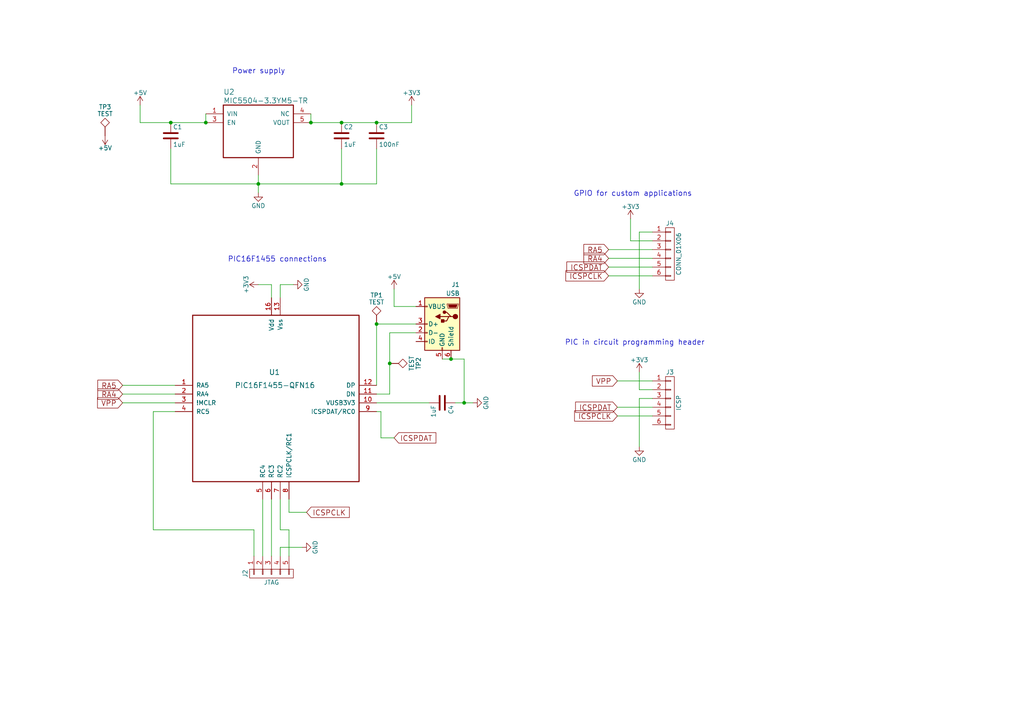
<source format=kicad_sch>
(kicad_sch (version 20230121) (generator eeschema)
  (paper "A4")
  (title_block (title "TinyFPGA Programmer") (date "2017-10-05") (rev "v1.1") (company "TinyFPGA"))
  (lib_symbols
    (symbol "TinyFPGA-A-Programmer-rescue:+3V3" (power) (pin_names (offset 0))
      (property "Value" "+3V3" (at 0 3.556 0))
      (symbol "+3V3_0_1"
        (polyline (pts (xy -0.762 1.27) (xy 0 2.54)))
        (polyline (pts (xy 0 0) (xy 0 2.54)))
        (polyline (pts (xy 0 2.54) (xy 0.762 1.27)))
      )
      (symbol "+3V3_1_1"
        (pin power_in line (at 0 0 90) (length 0) hide (name "+3V3") (number "1"))
      )
    )
    (symbol "TinyFPGA-A-Programmer-rescue:+5V" (power) (pin_names (offset 0))
      (property "Value" "+5V" (at 0 3.556 0))
      (symbol "+5V_0_1"
        (polyline (pts (xy -0.762 1.27) (xy 0 2.54)))
        (polyline (pts (xy 0 0) (xy 0 2.54)))
        (polyline (pts (xy 0 2.54) (xy 0.762 1.27)))
      )
      (symbol "+5V_1_1"
        (pin power_in line (at 0 0 90) (length 0) hide (name "+5V") (number "1"))
      )
    )
    (symbol "TinyFPGA-A-Programmer-rescue:C" (pin_numbers hide) (pin_names (offset 0.254))
      (property "Reference" "C" (at 0.635 2.54 0))
      (property "Value" "C" (at 0.635 -2.54 0))
      (symbol "C_0_1"
        (polyline (pts (xy -2.032 -0.762) (xy 2.032 -0.762)) (stroke (width 0.508)))
        (polyline (pts (xy -2.032 0.762) (xy 2.032 0.762)) (stroke (width 0.508)))
      )
      (symbol "C_1_1"
        (pin passive line (at 0 3.81 270) (length 2.794) (name "~") (number "1"))
        (pin passive line (at 0 -3.81 90) (length 2.794) (name "~") (number "2"))
      )
    )
    (symbol "TinyFPGA-A-Programmer-rescue:CONN_01X05" (pin_names (offset 1.016) hide)
      (property "Reference" "J" (at 0 7.62 0))
      (property "Value" "CONN_01X05" (at 2.54 0 90))
      (symbol "CONN_01X05_0_1"
        (rectangle (start -1.27 -4.953) (end 0.254 -5.207))
        (rectangle (start -1.27 -2.413) (end 0.254 -2.667))
        (rectangle (start -1.27 0.127) (end 0.254 -0.127))
        (rectangle (start -1.27 2.667) (end 0.254 2.413))
        (rectangle (start -1.27 5.207) (end 0.254 4.953))
        (rectangle (start -1.27 6.35) (end 1.27 -6.35))
      )
      (symbol "CONN_01X05_1_1"
        (pin passive line (at -5.08 5.08 0) (length 3.81) (name "P1") (number "1"))
        (pin passive line (at -5.08 2.54 0) (length 3.81) (name "P2") (number "2"))
        (pin passive line (at -5.08 0 0) (length 3.81) (name "P3") (number "3"))
        (pin passive line (at -5.08 -2.54 0) (length 3.81) (name "P4") (number "4"))
        (pin passive line (at -5.08 -5.08 0) (length 3.81) (name "P5") (number "5"))
      )
    )
    (symbol "TinyFPGA-A-Programmer-rescue:CONN_01X06" (pin_names (offset 1.016) hide)
      (property "Reference" "J" (at 0 8.89 0))
      (property "Value" "CONN_01X06" (at 2.54 0 90))
      (symbol "CONN_01X06_0_1"
        (rectangle (start -1.27 -6.223) (end 0.254 -6.477))
        (rectangle (start -1.27 -3.683) (end 0.254 -3.937))
        (rectangle (start -1.27 -1.143) (end 0.254 -1.397))
        (rectangle (start -1.27 1.397) (end 0.254 1.143))
        (rectangle (start -1.27 3.937) (end 0.254 3.683))
        (rectangle (start -1.27 6.477) (end 0.254 6.223))
        (rectangle (start -1.27 7.62) (end 1.27 -7.62))
      )
      (symbol "CONN_01X06_1_1"
        (pin passive line (at -5.08 6.35 0) (length 3.81) (name "P1") (number "1"))
        (pin passive line (at -5.08 3.81 0) (length 3.81) (name "P2") (number "2"))
        (pin passive line (at -5.08 1.27 0) (length 3.81) (name "P3") (number "3"))
        (pin passive line (at -5.08 -1.27 0) (length 3.81) (name "P4") (number "4"))
        (pin passive line (at -5.08 -3.81 0) (length 3.81) (name "P5") (number "5"))
        (pin passive line (at -5.08 -6.35 0) (length 3.81) (name "P6") (number "6"))
      )
    )
    (symbol "TinyFPGA-A-Programmer-rescue:GND" (power) (pin_names (offset 0))
      (property "Value" "GND" (at 0 -3.81 0))
      (symbol "GND_0_1"
        (polyline (pts (xy 0 0) (xy 0 -1.27) (xy 1.27 -1.27) (xy 0 -2.54) (xy -1.27 -1.27) (xy 0 -1.27)))
      )
      (symbol "GND_1_1"
        (pin power_in line (at 0 0 270) (length 0) hide (name "GND") (number "1"))
      )
    )
    (symbol "TinyFPGA-A-Programmer-rescue:TEST" (pin_numbers hide) (pin_names (offset 1.016) hide)
      (property "Reference" "TP" (at 0 7.62 0))
      (property "Value" "TEST" (at 0 6.35 0))
      (symbol "TEST_0_1"
        (polyline (pts (xy 0 5.08) (xy -1.27 3.81) (xy 0 2.54) (xy 1.27 3.81) (xy 0 5.08) (xy 0 5.08)))
      )
      (symbol "TEST_1_1"
        (pin passive line (at 0 0 90) (length 2.54) (name "~") (number "1"))
      )
    )
    (symbol "TinyFPGA-A-Programmer-rescue:USB_OTG" (pin_names (offset 1.016))
      (property "Reference" "J" (at -5.08 11.43 0))
      (property "Value" "USB_OTG" (at -5.08 8.89 0))
      (symbol "USB_OTG_0_1"
        (rectangle (start -5.08 -7.62) (end 5.08 7.62) (stroke (width 0.254)) (fill (type background)))
        (circle (center -3.81 2.159) (radius 0.635) (stroke (width 0.254)) (fill (type outline)))
        (circle (center -0.635 3.429) (radius 0.381) (stroke (width 0.254)) (fill (type outline)))
        (rectangle (start -0.127 -7.62) (end 0.127 -6.858))
        (polyline (pts (xy -1.905 2.159) (xy 0.635 2.159)) (stroke (width 0.254)))
        (polyline (pts (xy -3.175 2.159) (xy -2.54 2.159) (xy -1.27 3.429) (xy -0.635 3.429)) (stroke (width 0.254)))
        (polyline (pts (xy -2.54 2.159) (xy -1.905 2.159) (xy -1.27 0.889) (xy 0 0.889)) (stroke (width 0.254)))
        (polyline (pts (xy 0.635 2.794) (xy 0.635 1.524) (xy 1.905 2.159) (xy 0.635 2.794)) (stroke (width 0.254)) (fill (type outline)))
        (polyline (pts (xy -4.318 5.588) (xy -1.778 5.588) (xy -2.032 4.826) (xy -4.064 4.826) (xy -4.318 5.588)) (fill (type outline)))
        (polyline (pts (xy -4.699 5.842) (xy -4.699 5.588) (xy -4.445 4.826) (xy -4.445 4.572) (xy -1.651 4.572) (xy -1.651 4.826) (xy -1.397 5.588) (xy -1.397 5.842) (xy -4.699 5.842)))
        (rectangle (start 0.254 1.27) (end -0.508 0.508) (stroke (width 0.254)) (fill (type outline)))
        (rectangle (start 5.08 -5.207) (end 4.318 -4.953))
        (rectangle (start 5.08 -2.667) (end 4.318 -2.413))
        (rectangle (start 5.08 -0.127) (end 4.318 0.127))
        (rectangle (start 5.08 4.953) (end 4.318 5.207))
      )
      (symbol "USB_OTG_1_1"
        (pin power_in line (at 7.62 5.08 180) (length 2.54) (name "VBUS") (number "1"))
        (pin passive line (at 7.62 -2.54 180) (length 2.54) (name "D-") (number "2"))
        (pin passive line (at 7.62 0 180) (length 2.54) (name "D+") (number "3"))
        (pin passive line (at 7.62 -5.08 180) (length 2.54) (name "ID") (number "4"))
        (pin power_in line (at 0 -10.16 90) (length 2.54) (name "GND") (number "5"))
        (pin passive line (at -2.54 -10.16 90) (length 2.54) (name "Shield") (number "6"))
      )
    )
    (symbol "pic:PIC16F1455-QFN16" (pin_names (offset 1.016))
      (property "Reference" "U" (at 3.81 6.35 0))
      (property "Value" "PIC16F1455-QFN16" (at 3.81 3.81 0))
      (symbol "PIC16F1455-QFN16_1_1"
        (rectangle (start 5.08 20.32) (end 53.34 -27.94) (stroke (width 0.3048)))
        (pin bidirectional line (at 0 0 0) (length 5.08) (name "RA5") (number "1"))
        (pin bidirectional line (at 58.42 -5.08 180) (length 5.08) (name "VUSB3V3") (number "10"))
        (pin bidirectional line (at 58.42 -2.54 180) (length 5.08) (name "DN") (number "11"))
        (pin bidirectional line (at 58.42 0 180) (length 5.08) (name "DP") (number "12"))
        (pin bidirectional line (at 30.48 25.4 270) (length 5.08) (name "Vss") (number "13"))
        (pin bidirectional line (at 27.94 25.4 270) (length 5.08) (name "Vdd") (number "16"))
        (pin bidirectional line (at 0 -2.54 0) (length 5.08) (name "RA4") (number "2"))
        (pin bidirectional line (at 0 -5.08 0) (length 5.08) (name "!MCLR") (number "3"))
        (pin bidirectional line (at 0 -7.62 0) (length 5.08) (name "RC5") (number "4"))
        (pin bidirectional line (at 25.4 -33.02 90) (length 5.08) (name "RC4") (number "5"))
        (pin bidirectional line (at 27.94 -33.02 90) (length 5.08) (name "RC3") (number "6"))
        (pin bidirectional line (at 30.48 -33.02 90) (length 5.08) (name "RC2") (number "7"))
        (pin bidirectional line (at 33.02 -33.02 90) (length 5.08) (name "ICSPCLK/RC1") (number "8"))
        (pin bidirectional line (at 58.42 -7.62 180) (length 5.08) (name "ICSPDAT/RC0") (number "9"))
      )
    )
    (symbol "tinyfpga:MIC5504-3.3YM5-TR" (pin_names (offset 1.016))
      (property "Reference" "U" (at 5.08 6.35 0))
      (property "Value" "MIC5504-3.3YM5-TR" (at 5.08 3.81 0))
      (symbol "MIC5504-3.3YM5-TR_1_1"
        (rectangle (start 5.08 2.54) (end 25.4 -12.7) (stroke (width 0.3048)))
        (pin bidirectional line (at 0 0 0) (length 5.08) (name "VIN") (number "1"))
        (pin bidirectional line (at 15.24 -17.78 90) (length 5.08) (name "GND") (number "2"))
        (pin bidirectional line (at 0 -2.54 0) (length 5.08) (name "EN") (number "3"))
        (pin bidirectional line (at 30.48 0 180) (length 5.08) (name "NC") (number "4"))
        (pin bidirectional line (at 30.48 -2.54 180) (length 5.08) (name "VOUT") (number "5"))
      )
    )
  )
  (junction (at 109.22 35.56))
  (junction (at 130.81 104.14))
  (junction (at 90.17 35.56))
  (junction (at 134.62 116.84))
  (junction (at 59.69 35.56))
  (junction (at 99.06 53.34))
  (junction (at 74.93 53.34))
  (junction (at 49.53 35.56))
  (junction (at 99.06 35.56))
  (junction (at 113.03 105.41))
  (junction (at 109.22 93.98))
  (wire (pts (xy 44.45 153.67) (xy 73.66 153.67)))
  (wire (pts (xy 78.74 82.55) (xy 74.93 82.55)))
  (wire (pts (xy 49.53 43.18) (xy 49.53 53.34)))
  (wire (pts (xy 40.64 35.56) (xy 49.53 35.56)))
  (wire (pts (xy 74.93 53.34) (xy 99.06 53.34)))
  (wire (pts (xy 83.82 144.78) (xy 83.82 148.59)))
  (wire (pts (xy 185.42 115.57) (xy 189.23 115.57)))
  (wire (pts (xy 110.49 127) (xy 114.3 127)))
  (wire (pts (xy 176.53 74.93) (xy 189.23 74.93)))
  (wire (pts (xy 113.03 96.52) (xy 113.03 105.41)))
  (wire (pts (xy 109.22 35.56) (xy 119.38 35.56)))
  (wire (pts (xy 176.53 72.39) (xy 189.23 72.39)))
  (wire (pts (xy 185.42 67.31) (xy 185.42 83.82)))
  (wire (pts (xy 50.8 119.38) (xy 44.45 119.38)))
  (wire (pts (xy 185.42 67.31) (xy 189.23 67.31)))
  (wire (pts (xy 81.28 82.55) (xy 85.09 82.55)))
  (wire (pts (xy 110.49 119.38) (xy 110.49 127)))
  (wire (pts (xy 130.81 104.14) (xy 134.62 104.14)))
  (wire (pts (xy 49.53 53.34) (xy 74.93 53.34)))
  (wire (pts (xy 99.06 53.34) (xy 99.06 43.18)))
  (wire (pts (xy 182.88 69.85) (xy 189.23 69.85)))
  (wire (pts (xy 74.93 53.34) (xy 74.93 55.88)))
  (wire (pts (xy 50.8 116.84) (xy 35.56 116.84)))
  (wire (pts (xy 109.22 53.34) (xy 109.22 43.18)))
  (wire (pts (xy 185.42 107.95) (xy 185.42 113.03)))
  (wire (pts (xy 50.8 114.3) (xy 35.56 114.3)))
  (wire (pts (xy 113.03 105.41) (xy 113.03 114.3)))
  (wire (pts (xy 73.66 153.67) (xy 73.66 161.29)))
  (wire (pts (xy 124.46 116.84) (xy 109.22 116.84)))
  (wire (pts (xy 74.93 50.8) (xy 74.93 53.34)))
  (wire (pts (xy 134.62 104.14) (xy 134.62 116.84)))
  (wire (pts (xy 132.08 116.84) (xy 134.62 116.84)))
  (wire (pts (xy 87.63 158.75) (xy 81.28 158.75)))
  (wire (pts (xy 78.74 144.78) (xy 78.74 161.29)))
  (wire (pts (xy 90.17 35.56) (xy 99.06 35.56)))
  (wire (pts (xy 78.74 86.36) (xy 78.74 82.55)))
  (wire (pts (xy 179.07 110.49) (xy 189.23 110.49)))
  (wire (pts (xy 40.64 30.48) (xy 40.64 35.56)))
  (wire (pts (xy 81.28 158.75) (xy 81.28 161.29)))
  (wire (pts (xy 99.06 53.34) (xy 109.22 53.34)))
  (wire (pts (xy 120.65 96.52) (xy 113.03 96.52)))
  (wire (pts (xy 109.22 119.38) (xy 110.49 119.38)))
  (wire (pts (xy 99.06 35.56) (xy 109.22 35.56)))
  (wire (pts (xy 81.28 153.67) (xy 83.82 153.67)))
  (wire (pts (xy 49.53 35.56) (xy 59.69 35.56)))
  (wire (pts (xy 176.53 77.47) (xy 189.23 77.47)))
  (wire (pts (xy 176.53 80.01) (xy 189.23 80.01)))
  (wire (pts (xy 185.42 113.03) (xy 189.23 113.03)))
  (wire (pts (xy 90.17 33.02) (xy 90.17 35.56)))
  (wire (pts (xy 128.27 104.14) (xy 130.81 104.14)))
  (wire (pts (xy 81.28 144.78) (xy 81.28 153.67)))
  (wire (pts (xy 119.38 35.56) (xy 119.38 30.48)))
  (wire (pts (xy 83.82 148.59) (xy 88.9 148.59)))
  (wire (pts (xy 114.3 83.82) (xy 114.3 88.9)))
  (wire (pts (xy 113.03 114.3) (xy 109.22 114.3)))
  (wire (pts (xy 109.22 111.76) (xy 109.22 93.98)))
  (wire (pts (xy 35.56 111.76) (xy 50.8 111.76)))
  (wire (pts (xy 109.22 93.98) (xy 120.65 93.98)))
  (wire (pts (xy 189.23 120.65) (xy 179.07 120.65)))
  (wire (pts (xy 59.69 35.56) (xy 59.69 33.02)))
  (wire (pts (xy 76.2 144.78) (xy 76.2 161.29)))
  (wire (pts (xy 81.28 86.36) (xy 81.28 82.55)))
  (wire (pts (xy 83.82 153.67) (xy 83.82 161.29)))
  (wire (pts (xy 114.3 88.9) (xy 120.65 88.9)))
  (wire (pts (xy 182.88 63.5) (xy 182.88 69.85)))
  (wire (pts (xy 134.62 116.84) (xy 137.16 116.84)))
  (wire (pts (xy 179.07 118.11) (xy 189.23 118.11)))
  (wire (pts (xy 185.42 129.54) (xy 185.42 115.57)))
  (wire (pts (xy 44.45 119.38) (xy 44.45 153.67)))
  (text "PIC16F1455 connections" (at 66.04 76.2 0) (effects (font (size 1.524 1.524)) (justify left bottom)))
  (text "GPIO for custom applications" (at 166.37 57.15 0) (effects (font (size 1.524 1.524)) (justify left bottom)))
  (text "Power supply" (at 67.31 21.59 0) (effects (font (size 1.524 1.524)) (justify left bottom)))
  (text "PIC in circuit programming header" (at 163.83 100.33 0) (effects (font (size 1.524 1.524)) (justify left bottom)))
  (global_label "ICSPDAT" (shape input) (at 179.07 118.11 180) (effects (font (size 1.524 1.524))) (property "Intersheetrefs" "${INTERSHEET_REFS}" (effects hide)))
  (global_label "RA4" (shape input) (at 35.56 114.3 180) (effects (font (size 1.524 1.524))) (property "Intersheetrefs" "${INTERSHEET_REFS}" (effects hide)))
  (global_label "ICSPDAT" (shape input) (at 176.53 77.47 180) (effects (font (size 1.524 1.524))) (property "Intersheetrefs" "${INTERSHEET_REFS}" (effects hide)))
  (global_label "ICSPDAT" (shape input) (at 114.3 127 0) (effects (font (size 1.524 1.524))) (property "Intersheetrefs" "${INTERSHEET_REFS}" (effects hide)))
  (global_label "RA5" (shape input) (at 176.53 72.39 180) (effects (font (size 1.524 1.524))) (property "Intersheetrefs" "${INTERSHEET_REFS}" (effects hide)))
  (global_label "RA5" (shape input) (at 35.56 111.76 180) (effects (font (size 1.524 1.524))) (property "Intersheetrefs" "${INTERSHEET_REFS}" (effects hide)))
  (global_label "RA4" (shape input) (at 176.53 74.93 180) (effects (font (size 1.524 1.524))) (property "Intersheetrefs" "${INTERSHEET_REFS}" (effects hide)))
  (global_label "ICSPCLK" (shape input) (at 88.9 148.59 0) (effects (font (size 1.524 1.524))) (property "Intersheetrefs" "${INTERSHEET_REFS}" (effects hide)))
  (global_label "VPP" (shape input) (at 35.56 116.84 180) (effects (font (size 1.524 1.524))) (property "Intersheetrefs" "${INTERSHEET_REFS}" (effects hide)))
  (global_label "VPP" (shape input) (at 179.07 110.49 180) (effects (font (size 1.524 1.524))) (property "Intersheetrefs" "${INTERSHEET_REFS}" (effects hide)))
  (global_label "ICSPCLK" (shape input) (at 176.53 80.01 180) (effects (font (size 1.524 1.524))) (property "Intersheetrefs" "${INTERSHEET_REFS}" (effects hide)))
  (global_label "ICSPCLK" (shape input) (at 179.07 120.65 180) (effects (font (size 1.524 1.524))) (property "Intersheetrefs" "${INTERSHEET_REFS}" (effects hide)))
  (symbol (lib_id "pic:PIC16F1455-QFN16") (at 50.8 111.76 0) (unit 1)
    (property "Reference" "U1" (at 81.28 107.95 0) (effects (font (size 1.524 1.524)) (justify right)))
    (property "Value" "PIC16F1455-QFN16" (at 91.44 111.76 0) (effects (font (size 1.524 1.524)) (justify right)))
    (property "Footprint" "Housings_DFN_QFN:QFN-16-1EP_4x4mm_Pitch0.65mm" (effects hide))
  )
  (symbol (lib_id "tinyfpga:MIC5504-3.3YM5-TR") (at 59.69 33.02 0) (unit 1)
    (property "Reference" "U2" (at 64.77 26.67 0) (effects (font (size 1.524 1.524)) (justify left)))
    (property "Value" "MIC5504-3.3YM5-TR" (at 64.77 29.21 0) (effects (font (size 1.524 1.524)) (justify left)))
    (property "Footprint" "TinyFPGA:SOT23" (effects hide))
  )
  (symbol (lib_id "TinyFPGA-A-Programmer-rescue:C") (at 49.53 39.37 0) (unit 1)
    (property "Reference" "C1" (at 50.165 36.83 0) (effects (justify left)))
    (property "Value" "1uF" (at 50.165 41.91 0) (effects (justify left)))
    (property "Footprint" "Capacitors_SMD:C_0603" (effects hide))
  )
  (symbol (lib_id "TinyFPGA-A-Programmer-rescue:C") (at 99.06 39.37 0) (unit 1)
    (property "Reference" "C2" (at 99.695 36.83 0) (effects (justify left)))
    (property "Value" "1uF" (at 99.695 41.91 0) (effects (justify left)))
    (property "Footprint" "Capacitors_SMD:C_0603" (effects hide))
  )
  (symbol (lib_id "TinyFPGA-A-Programmer-rescue:C") (at 128.27 116.84 270) (unit 1)
    (property "Reference" "C4" (at 130.81 117.475 0) (effects (justify left)))
    (property "Value" "1uF" (at 125.73 117.475 0) (effects (justify left)))
    (property "Footprint" "Capacitors_SMD:C_0603" (effects hide))
  )
  (symbol (lib_id "TinyFPGA-A-Programmer-rescue:C") (at 109.22 39.37 0) (unit 1)
    (property "Reference" "C3" (at 109.855 36.83 0) (effects (justify left)))
    (property "Value" "100nF" (at 109.855 41.91 0) (effects (justify left)))
    (property "Footprint" "Capacitors_SMD:C_0603" (effects hide))
  )
  (symbol (lib_id "TinyFPGA-A-Programmer-rescue:GND") (at 85.09 82.55 90) (unit 1)
    (property "Reference" "#PWR3" (effects hide))
    (property "Value" "GND" (at 88.9 82.55 0))
  )
  (symbol (lib_id "TinyFPGA-A-Programmer-rescue:+3V3") (at 74.93 82.55 90) (unit 1)
    (property "Reference" "#PWR2" (effects hide))
    (property "Value" "+3V3" (at 71.374 82.55 0))
  )
  (symbol (lib_id "TinyFPGA-A-Programmer-rescue:GND") (at 137.16 116.84 90) (unit 1)
    (property "Reference" "#PWR8" (effects hide))
    (property "Value" "GND" (at 140.97 116.84 0))
  )
  (symbol (lib_id "TinyFPGA-A-Programmer-rescue:+3V3") (at 119.38 30.48 0) (unit 1)
    (property "Reference" "#PWR7" (effects hide))
    (property "Value" "+3V3" (at 119.38 26.924 0))
  )
  (symbol (lib_id "TinyFPGA-A-Programmer-rescue:GND") (at 74.93 55.88 0) (unit 1)
    (property "Reference" "#PWR5" (effects hide))
    (property "Value" "GND" (at 74.93 59.69 0))
  )
  (symbol (lib_id "TinyFPGA-A-Programmer-rescue:+5V") (at 40.64 30.48 0) (unit 1)
    (property "Reference" "#PWR1" (effects hide))
    (property "Value" "+5V" (at 40.64 26.924 0))
  )
  (symbol (lib_id "TinyFPGA-A-Programmer-rescue:CONN_01X05") (at 78.74 166.37 90) (mirror x) (unit 1)
    (property "Reference" "J2" (at 71.12 166.37 0))
    (property "Value" "JTAG" (at 78.74 168.91 90))
    (property "Footprint" "Pin_Headers:Pin_Header_Straight_1x05_Pitch2.54mm" (effects hide))
  )
  (symbol (lib_id "TinyFPGA-A-Programmer-rescue:GND") (at 87.63 158.75 90) (unit 1)
    (property "Reference" "#PWR4" (effects hide))
    (property "Value" "GND" (at 91.44 158.75 0))
  )
  (symbol (lib_id "TinyFPGA-A-Programmer-rescue:USB_OTG") (at 128.27 93.98 0) (mirror y) (unit 1)
    (property "Reference" "J1" (at 133.35 82.55 0) (effects (justify left)))
    (property "Value" "USB" (at 133.35 85.09 0) (effects (justify left)))
    (property "Footprint" "TinyFPGA:FCI-Micro-USB" (effects hide))
  )
  (symbol (lib_id "TinyFPGA-A-Programmer-rescue:+5V") (at 114.3 83.82 0) (unit 1)
    (property "Reference" "#PWR6" (effects hide))
    (property "Value" "+5V" (at 114.3 80.264 0))
  )
  (symbol (lib_id "TinyFPGA-A-Programmer-rescue:CONN_01X06") (at 194.31 116.84 0) (unit 1)
    (property "Reference" "J3" (at 194.31 107.95 0))
    (property "Value" "ICSP" (at 196.85 116.84 90))
    (property "Footprint" "Pin_Headers:Pin_Header_Straight_1x06_Pitch2.54mm" (effects hide))
  )
  (symbol (lib_id "TinyFPGA-A-Programmer-rescue:GND") (at 185.42 129.54 0) (unit 1)
    (property "Reference" "#PWR13" (effects hide))
    (property "Value" "GND" (at 185.42 133.35 0))
  )
  (symbol (lib_id "TinyFPGA-A-Programmer-rescue:+3V3") (at 185.42 107.95 0) (unit 1)
    (property "Reference" "#PWR12" (effects hide))
    (property "Value" "+3V3" (at 185.42 104.394 0))
  )
  (symbol (lib_id "TinyFPGA-A-Programmer-rescue:CONN_01X06") (at 194.31 73.66 0) (unit 1)
    (property "Reference" "J4" (at 194.31 64.77 0))
    (property "Value" "CONN_01X06" (at 196.85 73.66 90))
    (property "Footprint" "Pin_Headers:Pin_Header_Straight_1x06_Pitch2.54mm" (effects hide))
  )
  (symbol (lib_id "TinyFPGA-A-Programmer-rescue:+3V3") (at 182.88 63.5 0) (unit 1)
    (property "Reference" "#PWR10" (effects hide))
    (property "Value" "+3V3" (at 182.88 59.944 0))
  )
  (symbol (lib_id "TinyFPGA-A-Programmer-rescue:GND") (at 185.42 83.82 0) (unit 1)
    (property "Reference" "#PWR11" (effects hide))
    (property "Value" "GND" (at 185.42 87.63 0))
  )
  (symbol (lib_id "TinyFPGA-A-Programmer-rescue:TEST") (at 30.48 39.37 0) (unit 1)
    (property "Reference" "TP3" (at 30.48 31.75 0) (effects (justify bottom)))
    (property "Value" "TEST" (at 30.48 33.02 0))
    (property "Footprint" "Measurement_Points:Measurement_Point_Round-SMD-Pad_Big" (effects hide))
  )
  (symbol (lib_id "TinyFPGA-A-Programmer-rescue:TEST") (at 109.22 93.98 0) (unit 1)
    (property "Reference" "TP1" (at 109.22 86.36 0) (effects (justify bottom)))
    (property "Value" "TEST" (at 109.22 87.63 0))
    (property "Footprint" "Measurement_Points:Measurement_Point_Round-SMD-Pad_Big" (effects hide))
  )
  (symbol (lib_id "TinyFPGA-A-Programmer-rescue:TEST") (at 113.03 105.41 270) (unit 1)
    (property "Reference" "TP2" (at 120.65 105.41 0) (effects (justify bottom)))
    (property "Value" "TEST" (at 119.38 105.41 0))
    (property "Footprint" "Measurement_Points:Measurement_Point_Round-SMD-Pad_Big" (effects hide))
  )
  (symbol (lib_id "TinyFPGA-A-Programmer-rescue:+5V") (at 30.48 39.37 180) (unit 1)
    (property "Reference" "#PWR9" (effects hide))
    (property "Value" "+5V" (at 30.48 42.926 0))
  )
)
</source>
